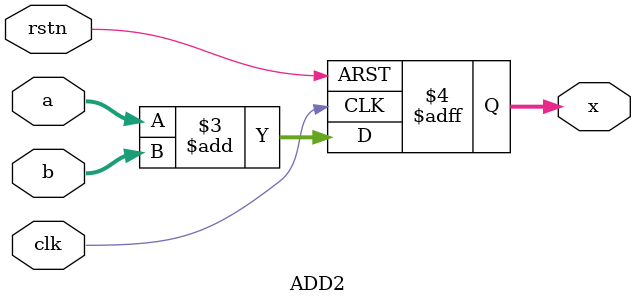
<source format=v>
module ADD2(
    clk,
    rstn,
    x, a, b
);
input clk, rstn;
input   [7:0] a, b;
output reg [7:0] x;
    
always @(posedge clk or negedge rstn) begin
    if(~rstn)
        x <= 8'h00;
    else
        x <= a + b;
end
endmodule
</source>
